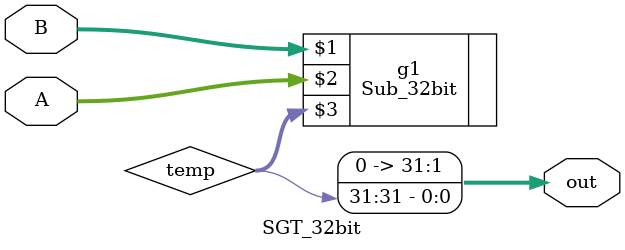
<source format=v>
`timescale 1ns / 1ps


module SGT_32bit(A,B,out);
    input [31:0] A,B;
    output[31:0] out;
    wire [31:0] temp;
    assign out[31:1] = 31'b0;
    
    Sub_32bit g1(B,A,temp);
    
    assign out[0] = temp[31];    
    
endmodule

</source>
